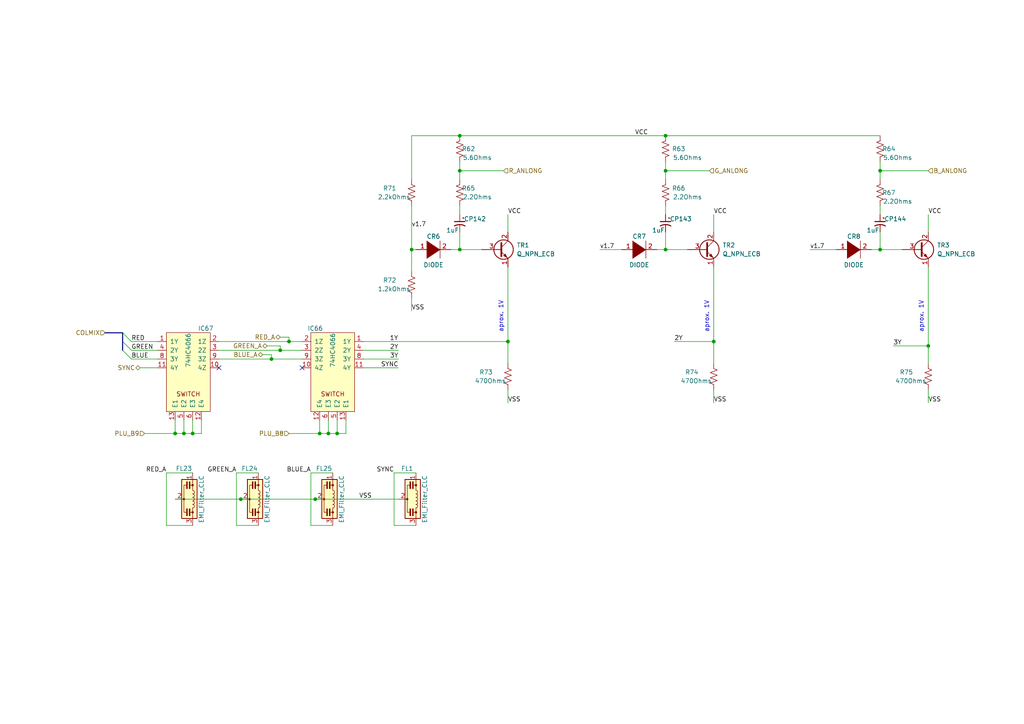
<source format=kicad_sch>
(kicad_sch (version 20211123) (generator eeschema)
  (paper "A4")
  (title_block (title "System 18") (date "2022-03-18") (rev "José Tejada G.") (company "JOTEGO") (comment 1 "Esperanza Triana"))
  (lib_symbols
    (symbol "Device:CP1_Small" (pin_numbers hide) (pin_names (offset 0.254) hide)
      (property "Reference" "C" (at 0.254 1.778 0))
      (property "Value" "Device_CP1_Small" (at 0.254 -2.032 0))
      (symbol "CP1_Small_0_1"
        (polyline (pts (xy -1.524 0.508) (xy 1.524 0.508)) (stroke (width 0.3048)))
        (polyline (pts (xy -1.27 1.524) (xy -0.762 1.524)))
        (polyline (pts (xy -1.016 1.27) (xy -1.016 1.778)))
        (arc (start 1.524 -0.762) (mid 0 -0.3734) (end -1.524 -0.762) (stroke (width 0.3048)))
      )
      (symbol "CP1_Small_1_1"
        (pin passive line (at 0 2.54 270) (length 2.032) (name "~") (number "1"))
        (pin passive line (at 0 -2.54 90) (length 2.032) (name "~") (number "2"))
      )
    )
    (symbol "Device:EMI_Filter_CLC" (pin_names (offset 0.254) hide)
      (property "Reference" "FL" (at 0 6.985 0))
      (property "Value" "Device_EMI_Filter_CLC" (at 0 5.08 0))
      (symbol "EMI_Filter_CLC_0_1"
        (rectangle (start -5.715 3.81) (end 5.588 -0.635) (stroke (width 0.254)) (fill (type background)))
        (rectangle (start -5.08 0.762) (end -3.048 1.016) (fill (type outline)))
        (circle (center -4.064 2.54) (radius 0.254) (fill (type outline)))
        (rectangle (start -3.048 1.524) (end -5.08 1.778) (fill (type outline)))
        (arc (start -1.524 2.54) (mid -2.032 3.048) (end -2.54 2.54))
        (arc (start -0.508 2.54) (mid -1.016 3.048) (end -1.524 2.54))
        (polyline (pts (xy -5.08 2.54) (xy -2.54 2.54)))
        (polyline (pts (xy -4.064 2.54) (xy -4.064 1.778)))
        (polyline (pts (xy 2.54 2.54) (xy 5.08 2.54)))
        (polyline (pts (xy 3.81 2.54) (xy 3.81 1.778)))
        (polyline (pts (xy -4.064 0.762) (xy -4.064 0) (xy 3.81 0) (xy 3.81 0.762)))
        (circle (center 0 0) (radius 0.254) (fill (type outline)))
        (arc (start 0.508 2.54) (mid 0 3.048) (end -0.508 2.54))
        (arc (start 1.524 2.54) (mid 1.016 3.048) (end 0.508 2.54))
        (arc (start 2.54 2.54) (mid 2.032 3.048) (end 1.524 2.54))
        (rectangle (start 2.794 0.762) (end 4.826 1.016) (fill (type outline)))
        (circle (center 3.81 2.54) (radius 0.254) (fill (type outline)))
        (rectangle (start 4.826 1.524) (end 2.794 1.778) (fill (type outline)))
      )
      (symbol "EMI_Filter_CLC_1_1"
        (pin passive line (at -7.62 2.54 0) (length 2.54) (name "1") (number "1"))
        (pin passive line (at 0 -2.54 90) (length 2.54) (name "2") (number "2"))
        (pin passive line (at 7.62 2.54 180) (length 2.54) (name "3") (number "3"))
      )
    )
    (symbol "Device:Q_NPN_ECB" (pin_names (offset 0) hide)
      (property "Reference" "Q" (at 5.08 1.27 0))
      (property "Value" "Q_NPN_ECB" (at 5.08 -1.27 0))
      (symbol "Q_NPN_ECB_0_1"
        (polyline (pts (xy 0.635 0.635) (xy 2.54 2.54)))
        (polyline (pts (xy 0.635 -0.635) (xy 2.54 -2.54) (xy 2.54 -2.54)))
        (polyline (pts (xy 0.635 1.905) (xy 0.635 -1.905) (xy 0.635 -1.905)) (stroke (width 0.508)))
        (polyline (pts (xy 1.27 -1.778) (xy 1.778 -1.27) (xy 2.286 -2.286) (xy 1.27 -1.778) (xy 1.27 -1.778)) (fill (type outline)))
        (circle (center 1.27 0) (radius 2.8194) (stroke (width 0.254)))
      )
      (symbol "Q_NPN_ECB_1_1"
        (pin passive line (at 2.54 -5.08 90) (length 2.54) (name "E") (number "1"))
        (pin passive line (at 2.54 5.08 270) (length 2.54) (name "C") (number "2"))
        (pin passive line (at -5.08 0 0) (length 5.715) (name "B") (number "3"))
      )
    )
    (symbol "Device:R_US" (pin_numbers hide) (pin_names (offset 0))
      (property "Reference" "R" (at 2.54 0 90))
      (property "Value" "R_US" (at -2.54 0 90))
      (symbol "R_US_0_1"
        (polyline (pts (xy 0 -2.286) (xy 0 -2.54)))
        (polyline (pts (xy 0 2.286) (xy 0 2.54)))
        (polyline (pts (xy 0 -0.762) (xy 1.016 -1.143) (xy 0 -1.524) (xy -1.016 -1.905) (xy 0 -2.286)))
        (polyline (pts (xy 0 0.762) (xy 1.016 0.381) (xy 0 0) (xy -1.016 -0.381) (xy 0 -0.762)))
        (polyline (pts (xy 0 2.286) (xy 1.016 1.905) (xy 0 1.524) (xy -1.016 1.143) (xy 0 0.762)))
      )
      (symbol "R_US_1_1"
        (pin passive line (at 0 3.81 270) (length 1.27) (name "~") (number "1"))
        (pin passive line (at 0 -3.81 90) (length 1.27) (name "~") (number "2"))
      )
    )
    (symbol "arcade:74HC4066" (pin_names (offset 1.016))
      (property "Reference" "U" (at 5.08 12.7 0))
      (property "Value" "arcade_74HC4066" (at 0 6.35 90))
      (symbol "74HC4066_0_0"
        (text "SWITCH" (at 0 -6.35 0) (effects (font (size 1.27 1.27))))
      )
      (symbol "74HC4066_0_1"
        (rectangle (start -6.35 11.43) (end 6.35 -11.43) (fill (type background)))
      )
      (symbol "74HC4066_1_1"
        (pin bidirectional line (at -8.89 8.89 0) (length 2.54) (name "1Y") (number "1"))
        (pin bidirectional line (at 8.89 1.27 180) (length 2.54) (name "4Z") (number "10"))
        (pin bidirectional line (at -8.89 1.27 0) (length 2.54) (name "4Y") (number "11"))
        (pin input line (at 3.81 -13.97 90) (length 2.54) (name "E4") (number "12"))
        (pin input line (at -3.81 -13.97 90) (length 2.54) (name "E1") (number "13"))
        (pin power_in line (at 6.35 -1.27 180) (length 2.54) hide (name "VCC") (number "14"))
        (pin bidirectional line (at 8.89 8.89 180) (length 2.54) (name "1Z") (number "2"))
        (pin bidirectional line (at 8.89 6.35 180) (length 2.54) (name "2Z") (number "3"))
        (pin bidirectional line (at -8.89 6.35 0) (length 2.54) (name "2Y") (number "4"))
        (pin input line (at -1.27 -13.97 90) (length 2.54) (name "E2") (number "5"))
        (pin input line (at 1.27 -13.97 90) (length 2.54) (name "E3") (number "6"))
        (pin power_in line (at 6.35 -3.81 180) (length 2.54) hide (name "VSS") (number "7"))
        (pin bidirectional line (at -8.89 3.81 0) (length 2.54) (name "3Y") (number "8"))
        (pin bidirectional line (at 8.89 3.81 180) (length 2.54) (name "3Z") (number "9"))
      )
    )
    (symbol "pspice:DIODE" (pin_names (offset 1.016) hide)
      (property "Reference" "D" (at 0 3.81 0))
      (property "Value" "DIODE" (at 0 -4.445 0))
      (symbol "DIODE_0_1"
        (polyline (pts (xy 1.905 2.54) (xy 1.905 -2.54)))
        (polyline (pts (xy -1.905 2.54) (xy -1.905 -2.54) (xy 1.905 0)) (fill (type outline)))
      )
      (symbol "DIODE_1_1"
        (pin input line (at -5.08 0 0) (length 3.81) (name "K") (number "1"))
        (pin input line (at 5.08 0 180) (length 3.81) (name "A") (number "2"))
      )
    )
  )
  (junction (at 78.74 104.14))
  (junction (at 133.35 49.53))
  (junction (at 255.27 49.53))
  (junction (at 69.85 144.78))
  (junction (at 97.79 125.73))
  (junction (at 193.04 72.39))
  (junction (at 81.28 101.6))
  (junction (at 255.27 72.39))
  (junction (at 92.71 125.73))
  (junction (at 53.34 125.73))
  (junction (at 147.32 99.06))
  (junction (at 269.24 100.33))
  (junction (at 119.38 72.39))
  (junction (at 133.35 39.37))
  (junction (at 55.88 125.73))
  (junction (at 50.8 125.73))
  (junction (at 193.04 49.53))
  (junction (at 83.82 99.06))
  (junction (at 133.35 72.39))
  (junction (at 91.44 144.78))
  (junction (at 193.04 39.37))
  (junction (at 207.01 99.06))
  (junction (at 95.25 125.73))
  (no_connect (at 63.5 106.68))
  (no_connect (at 87.63 106.68))
  (bus_entry (at 35.56 99.06) (size 2.54 2.54))
  (bus_entry (at 35.56 101.6) (size 2.54 2.54))
  (bus_entry (at 35.56 96.52) (size 2.54 2.54))
  (wire (pts (xy 193.04 52.07) (xy 193.04 49.53)))
  (wire (pts (xy 255.27 67.31) (xy 255.27 72.39)))
  (wire (pts (xy 83.82 125.73) (xy 92.71 125.73)))
  (wire (pts (xy 133.35 67.31) (xy 133.35 72.39)))
  (wire (pts (xy 68.58 152.4) (xy 68.58 137.16)))
  (wire (pts (xy 92.71 125.73) (xy 95.25 125.73)))
  (wire (pts (xy 133.35 49.53) (xy 146.05 49.53)))
  (wire (pts (xy 55.88 125.73) (xy 58.42 125.73)))
  (wire (pts (xy 53.34 125.73) (xy 55.88 125.73)))
  (wire (pts (xy 193.04 72.39) (xy 199.39 72.39)))
  (wire (pts (xy 105.41 101.6) (xy 115.57 101.6)))
  (wire (pts (xy 173.99 72.39) (xy 180.34 72.39)))
  (wire (pts (xy 269.24 49.53) (xy 255.27 49.53)))
  (wire (pts (xy 114.3 152.4) (xy 114.3 137.16)))
  (bus (pts (xy 35.56 96.52) (xy 35.56 99.06)))
  (wire (pts (xy 195.58 99.06) (xy 207.01 99.06)))
  (wire (pts (xy 63.5 101.6) (xy 81.28 101.6)))
  (wire (pts (xy 63.5 104.14) (xy 78.74 104.14)))
  (wire (pts (xy 133.35 49.53) (xy 133.35 46.99)))
  (wire (pts (xy 269.24 100.33) (xy 269.24 105.41)))
  (wire (pts (xy 83.82 97.79) (xy 83.82 99.06)))
  (wire (pts (xy 45.72 99.06) (xy 38.1 99.06)))
  (wire (pts (xy 96.52 137.16) (xy 90.17 137.16)))
  (wire (pts (xy 105.41 99.06) (xy 147.32 99.06)))
  (wire (pts (xy 193.04 39.37) (xy 255.27 39.37)))
  (wire (pts (xy 83.82 99.06) (xy 87.63 99.06)))
  (wire (pts (xy 48.26 152.4) (xy 55.88 152.4)))
  (wire (pts (xy 255.27 72.39) (xy 252.73 72.39)))
  (wire (pts (xy 97.79 125.73) (xy 100.33 125.73)))
  (wire (pts (xy 133.35 39.37) (xy 193.04 39.37)))
  (wire (pts (xy 207.01 105.41) (xy 207.01 99.06)))
  (wire (pts (xy 81.28 97.79) (xy 83.82 97.79)))
  (wire (pts (xy 207.01 62.23) (xy 207.01 67.31)))
  (bus (pts (xy 35.56 96.52) (xy 30.48 96.52)))
  (wire (pts (xy 269.24 116.84) (xy 269.24 113.03)))
  (wire (pts (xy 58.42 121.92) (xy 58.42 125.73)))
  (wire (pts (xy 119.38 59.69) (xy 119.38 72.39)))
  (wire (pts (xy 114.3 137.16) (xy 120.65 137.16)))
  (wire (pts (xy 234.95 72.39) (xy 242.57 72.39)))
  (wire (pts (xy 147.32 105.41) (xy 147.32 99.06)))
  (wire (pts (xy 68.58 137.16) (xy 74.93 137.16)))
  (wire (pts (xy 120.65 152.4) (xy 114.3 152.4)))
  (wire (pts (xy 133.35 62.23) (xy 133.35 59.69)))
  (wire (pts (xy 91.44 144.78) (xy 69.85 144.78)))
  (wire (pts (xy 255.27 62.23) (xy 255.27 59.69)))
  (wire (pts (xy 69.85 144.78) (xy 50.8 144.78)))
  (bus (pts (xy 35.56 99.06) (xy 35.56 101.6)))
  (wire (pts (xy 53.34 121.92) (xy 53.34 125.73)))
  (wire (pts (xy 193.04 49.53) (xy 205.74 49.53)))
  (wire (pts (xy 255.27 52.07) (xy 255.27 49.53)))
  (wire (pts (xy 77.47 100.33) (xy 81.28 100.33)))
  (wire (pts (xy 119.38 72.39) (xy 119.38 78.74)))
  (wire (pts (xy 100.33 121.92) (xy 100.33 125.73)))
  (wire (pts (xy 115.57 106.68) (xy 105.41 106.68)))
  (wire (pts (xy 119.38 39.37) (xy 133.35 39.37)))
  (wire (pts (xy 45.72 101.6) (xy 38.1 101.6)))
  (wire (pts (xy 90.17 152.4) (xy 96.52 152.4)))
  (wire (pts (xy 41.91 125.73) (xy 50.8 125.73)))
  (wire (pts (xy 269.24 62.23) (xy 269.24 67.31)))
  (wire (pts (xy 255.27 46.99) (xy 255.27 49.53)))
  (wire (pts (xy 115.57 144.78) (xy 91.44 144.78)))
  (wire (pts (xy 92.71 121.92) (xy 92.71 125.73)))
  (wire (pts (xy 95.25 125.73) (xy 97.79 125.73)))
  (wire (pts (xy 193.04 62.23) (xy 193.04 59.69)))
  (wire (pts (xy 50.8 121.92) (xy 50.8 125.73)))
  (wire (pts (xy 97.79 121.92) (xy 97.79 125.73)))
  (wire (pts (xy 78.74 102.87) (xy 78.74 104.14)))
  (wire (pts (xy 193.04 72.39) (xy 190.5 72.39)))
  (wire (pts (xy 119.38 90.17) (xy 119.38 86.36)))
  (wire (pts (xy 147.32 116.84) (xy 147.32 113.03)))
  (wire (pts (xy 48.26 137.16) (xy 55.88 137.16)))
  (wire (pts (xy 133.35 52.07) (xy 133.35 49.53)))
  (wire (pts (xy 45.72 104.14) (xy 38.1 104.14)))
  (wire (pts (xy 259.08 100.33) (xy 269.24 100.33)))
  (wire (pts (xy 55.88 121.92) (xy 55.88 125.73)))
  (wire (pts (xy 147.32 77.47) (xy 147.32 99.06)))
  (wire (pts (xy 193.04 46.99) (xy 193.04 49.53)))
  (wire (pts (xy 119.38 39.37) (xy 119.38 52.07)))
  (wire (pts (xy 40.64 106.68) (xy 45.72 106.68)))
  (wire (pts (xy 207.01 116.84) (xy 207.01 113.03)))
  (wire (pts (xy 133.35 72.39) (xy 130.81 72.39)))
  (wire (pts (xy 105.41 104.14) (xy 115.57 104.14)))
  (wire (pts (xy 133.35 72.39) (xy 139.7 72.39)))
  (wire (pts (xy 193.04 67.31) (xy 193.04 72.39)))
  (wire (pts (xy 81.28 100.33) (xy 81.28 101.6)))
  (wire (pts (xy 48.26 137.16) (xy 48.26 152.4)))
  (wire (pts (xy 76.2 102.87) (xy 78.74 102.87)))
  (wire (pts (xy 269.24 77.47) (xy 269.24 100.33)))
  (wire (pts (xy 74.93 152.4) (xy 68.58 152.4)))
  (wire (pts (xy 78.74 104.14) (xy 87.63 104.14)))
  (wire (pts (xy 81.28 101.6) (xy 87.63 101.6)))
  (wire (pts (xy 95.25 121.92) (xy 95.25 125.73)))
  (wire (pts (xy 255.27 72.39) (xy 261.62 72.39)))
  (wire (pts (xy 120.65 72.39) (xy 119.38 72.39)))
  (wire (pts (xy 147.32 62.23) (xy 147.32 67.31)))
  (wire (pts (xy 50.8 125.73) (xy 53.34 125.73)))
  (wire (pts (xy 207.01 77.47) (xy 207.01 99.06)))
  (wire (pts (xy 63.5 99.06) (xy 83.82 99.06)))
  (wire (pts (xy 90.17 137.16) (xy 90.17 152.4)))
  (text "aprox. 1V" (at 205.74 96.52 90) (effects (font (size 1.27 1.27)) (justify left bottom)))
  (text "aprox. 1V" (at 267.97 96.52 90) (effects (font (size 1.27 1.27)) (justify left bottom)))
  (text "aprox. 1V" (at 146.05 96.52 90) (effects (font (size 1.27 1.27)) (justify left bottom)))
  (label "BLUE" (at 38.1 104.14 0))
  (label "VCC" (at 269.24 62.23 0))
  (label "VSS" (at 207.01 116.84 0))
  (label "VCC" (at 184.15 39.37 0))
  (label "SYNC" (at 114.3 137.16 180))
  (label "v1.7" (at 173.99 72.39 0))
  (label "2Y" (at 195.58 99.06 0))
  (label "SYNC" (at 115.57 106.68 180))
  (label "RED_A" (at 48.26 137.16 180))
  (label "GREEN_A" (at 68.58 137.16 180))
  (label "VSS" (at 119.38 90.17 0))
  (label "v1.7" (at 119.38 66.04 0))
  (label "1Y" (at 113.03 99.06 0))
  (label "2Y" (at 115.57 101.6 180))
  (label "VCC" (at 147.32 62.23 0))
  (label "RED" (at 38.1 99.06 0))
  (label "GREEN" (at 38.1 101.6 0))
  (label "v1.7" (at 234.95 72.39 0))
  (label "3Y" (at 259.08 100.33 0))
  (label "3Y" (at 115.57 104.14 180))
  (label "VSS" (at 147.32 116.84 0))
  (label "VSS" (at 269.24 116.84 0))
  (label "VSS" (at 104.14 144.78 0))
  (label "VCC" (at 207.01 62.23 0))
  (label "BLUE_A" (at 90.17 137.16 180))
  (hierarchical_label "R_ANLONG" (shape input) (at 146.05 49.53 0))
  (hierarchical_label "G_ANLONG" (shape input) (at 205.74 49.53 0))
  (hierarchical_label "COLMIX" (shape input) (at 30.48 96.52 180))
  (hierarchical_label "BLUE_A" (shape bidirectional) (at 76.2 102.87 180))
  (hierarchical_label "PLU_B9" (shape input) (at 41.91 125.73 180))
  (hierarchical_label "GREEN_A" (shape bidirectional) (at 77.47 100.33 180))
  (hierarchical_label "B_ANLONG" (shape input) (at 269.24 49.53 0))
  (hierarchical_label "PLU_B8" (shape input) (at 83.82 125.73 180))
  (hierarchical_label "SYNC" (shape bidirectional) (at 40.64 106.68 180))
  (hierarchical_label "RED_A" (shape bidirectional) (at 81.28 97.79 180))
  (symbol (lib_id "Device:CP1_Small") (at 133.35 64.77 0) (mirror y) (unit 1)
    (property "Reference" "CP142" (at 140.97 63.5 0) (effects (justify left)))
    (property "Value" "1uF" (at 133.096 66.802 0) (effects (justify left)))
  )
  (symbol (lib_id "Device:R_US") (at 147.32 109.22 0) (unit 1)
    (property "Reference" "R73" (at 140.97 107.95 0))
    (property "Value" "470Ohms" (at 142.24 110.49 0))
  )
  (symbol (lib_id "Device:R_US") (at 133.35 43.18 0) (mirror x) (unit 1)
    (property "Reference" "R62" (at 135.89 43.18 0))
    (property "Value" "5.6Ohms" (at 138.43 45.72 0))
  )
  (symbol (lib_id "Device:R_US") (at 133.35 55.88 0) (mirror x) (unit 1)
    (property "Reference" "R65" (at 135.89 54.61 0))
    (property "Value" "2.2Ohms" (at 138.43 57.15 0))
  )
  (symbol (lib_id "Device:Q_NPN_ECB") (at 144.78 72.39 0) (unit 1)
    (property "Reference" "TR1" (at 149.86 71.12 0) (effects (justify left)))
    (property "Value" "Q_NPN_ECB" (at 149.86 73.66 0) (effects (justify left)))
  )
  (symbol (lib_id "Device:R_US") (at 119.38 82.55 0) (unit 1)
    (property "Reference" "R72" (at 113.03 81.28 0))
    (property "Value" "1.2kOhms" (at 114.3 83.82 0))
  )
  (symbol (lib_id "Device:R_US") (at 119.38 55.88 0) (unit 1)
    (property "Reference" "R71" (at 113.03 54.61 0))
    (property "Value" "2.2kOhms" (at 114.3 57.15 0))
  )
  (symbol (lib_id "pspice:DIODE") (at 125.73 72.39 0) (unit 1)
    (property "Reference" "CR6" (at 125.73 68.58 0))
    (property "Value" "DIODE" (at 125.73 76.835 0))
  )
  (symbol (lib_id "arcade:74HC4066") (at 54.61 107.95 0) (unit 1)
    (property "Reference" "IC67" (at 59.69 95.25 0))
    (property "Value" "74HC4066" (at 54.61 101.6 90))
    (property "Datasheet" "https://pdf1.alldatasheet.com/datasheet-pdf/view/15614/PHILIPS/74HC4066.html" (effects hide))
  )
  (symbol (lib_id "arcade:74HC4066") (at 96.52 107.95 0) (mirror y) (unit 1)
    (property "Reference" "IC66" (at 91.44 95.25 0))
    (property "Value" "74HC4066" (at 96.52 101.6 90))
    (property "Datasheet" "https://pdf1.alldatasheet.com/datasheet-pdf/view/15614/PHILIPS/74HC4066.html" (effects hide))
  )
  (symbol (lib_id "Device:CP1_Small") (at 193.04 64.77 0) (mirror y) (unit 1)
    (property "Reference" "CP143" (at 200.66 63.5 0) (effects (justify left)))
    (property "Value" "1uF" (at 192.786 66.802 0) (effects (justify left)))
  )
  (symbol (lib_id "Device:R_US") (at 207.01 109.22 0) (unit 1)
    (property "Reference" "R74" (at 200.66 107.95 0))
    (property "Value" "470Ohms" (at 201.93 110.49 0))
  )
  (symbol (lib_id "Device:R_US") (at 193.04 43.18 0) (mirror x) (unit 1)
    (property "Reference" "R63" (at 196.85 43.18 0))
    (property "Value" "5.6Ohms" (at 199.39 45.72 0))
  )
  (symbol (lib_id "Device:R_US") (at 193.04 55.88 0) (mirror x) (unit 1)
    (property "Reference" "R66" (at 196.85 54.61 0))
    (property "Value" "2.2Ohms" (at 199.39 57.15 0))
  )
  (symbol (lib_id "Device:Q_NPN_ECB") (at 204.47 72.39 0) (unit 1)
    (property "Reference" "TR2" (at 209.55 71.12 0) (effects (justify left)))
    (property "Value" "Q_NPN_ECB" (at 209.55 73.66 0) (effects (justify left)))
  )
  (symbol (lib_id "Device:CP1_Small") (at 255.27 64.77 0) (mirror y) (unit 1)
    (property "Reference" "CP144" (at 262.89 63.5 0) (effects (justify left)))
    (property "Value" "1uF" (at 255.016 66.802 0) (effects (justify left)))
  )
  (symbol (lib_id "Device:R_US") (at 269.24 109.22 0) (unit 1)
    (property "Reference" "R75" (at 262.89 107.95 0))
    (property "Value" "470Ohms" (at 264.16 110.49 0))
  )
  (symbol (lib_id "Device:R_US") (at 255.27 43.18 0) (mirror x) (unit 1)
    (property "Reference" "R64" (at 257.81 43.18 0))
    (property "Value" "5.6Ohms" (at 260.35 45.72 0))
  )
  (symbol (lib_id "Device:R_US") (at 255.27 55.88 0) (mirror x) (unit 1)
    (property "Reference" "R67" (at 257.81 55.88 0))
    (property "Value" "2.2Ohms" (at 260.35 58.42 0))
  )
  (symbol (lib_id "Device:Q_NPN_ECB") (at 266.7 72.39 0) (unit 1)
    (property "Reference" "TR3" (at 271.78 71.12 0) (effects (justify left)))
    (property "Value" "Q_NPN_ECB" (at 271.78 73.66 0) (effects (justify left)))
  )
  (symbol (lib_id "pspice:DIODE") (at 247.65 72.39 0) (unit 1)
    (property "Reference" "CR8" (at 247.65 68.58 0))
    (property "Value" "DIODE" (at 247.65 76.835 0))
  )
  (symbol (lib_id "pspice:DIODE") (at 185.42 72.39 0) (unit 1)
    (property "Reference" "CR7" (at 185.42 68.58 0))
    (property "Value" "DIODE" (at 185.42 76.835 0))
  )
  (symbol (lib_id "Device:EMI_Filter_CLC") (at 53.34 144.78 270) (unit 1)
    (property "Reference" "FL23" (at 53.34 135.89 90))
    (property "Value" "EMI_Filter_CLC" (at 58.42 144.78 0))
    (property "Datasheet" "http://www.murata.com/~/media/webrenewal/support/library/catalog/products/emc/emifil/c31e.ashx?la=en-gb" (effects hide))
  )
  (symbol (lib_id "Device:EMI_Filter_CLC") (at 72.39 144.78 270) (unit 1)
    (property "Reference" "FL24" (at 72.39 135.89 90))
    (property "Value" "EMI_Filter_CLC" (at 77.47 144.78 0))
    (property "Datasheet" "http://www.murata.com/~/media/webrenewal/support/library/catalog/products/emc/emifil/c31e.ashx?la=en-gb" (effects hide))
  )
  (symbol (lib_id "Device:EMI_Filter_CLC") (at 93.98 144.78 270) (unit 1)
    (property "Reference" "FL25" (at 93.98 135.89 90))
    (property "Value" "EMI_Filter_CLC" (at 99.06 144.78 0))
    (property "Datasheet" "http://www.murata.com/~/media/webrenewal/support/library/catalog/products/emc/emifil/c31e.ashx?la=en-gb" (effects hide))
  )
  (symbol (lib_id "Device:EMI_Filter_CLC") (at 118.11 144.78 270) (unit 1)
    (property "Reference" "FL1" (at 118.11 135.89 90))
    (property "Value" "EMI_Filter_CLC" (at 123.19 144.78 0))
    (property "Datasheet" "http://www.murata.com/~/media/webrenewal/support/library/catalog/products/emc/emifil/c31e.ashx?la=en-gb" (effects hide))
  )
)
</source>
